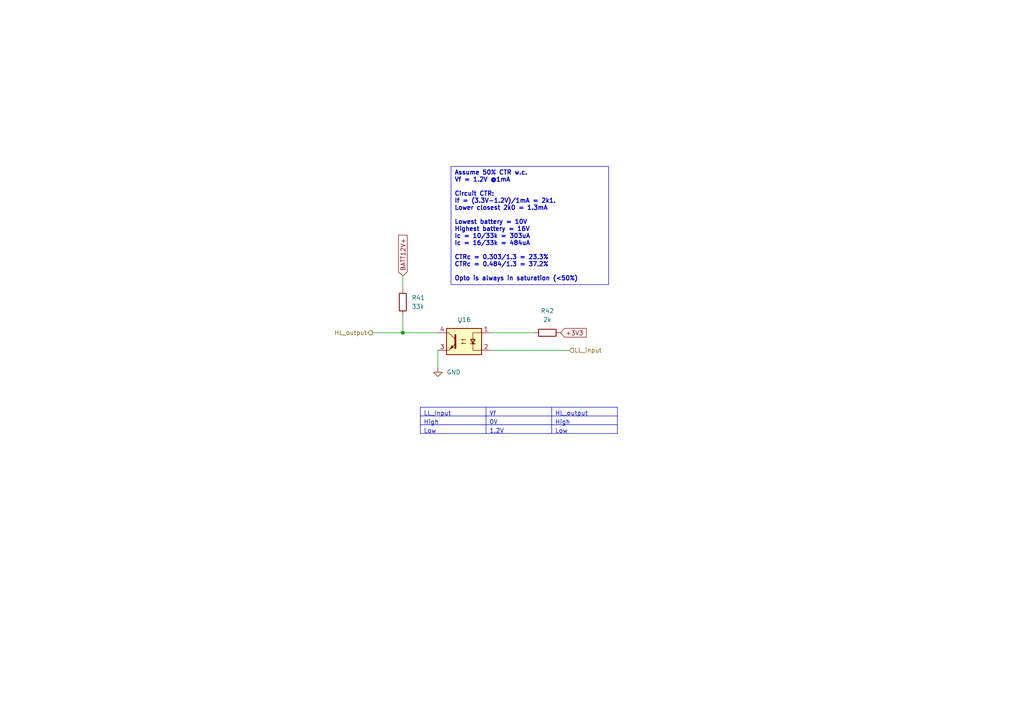
<source format=kicad_sch>
(kicad_sch (version 20250114) (generator "eeschema") (generator_version "9.0")
  (paper "A4")
  (title_block (title "Main architecture") (date "2025-08-10") (rev "0.0") (company "Alex Miller & Martin Roger") (comment 1 "https://github.com/martinroger/VXDash") (comment 2 "https://cadlab.io/projects/vxdash"))
  (lib_symbols
    (symbol "Isolator:SFH617A-2X009T"
      (property "Reference" "U" (at -3.81 5.08 0))
      (property "Value" "SFH617A-2X009T" (at 0 -5.08 0))
      (symbol "SFH617A-2X009T_1_1"
        (rectangle (start -5.08 3.81) (end 5.08 -3.81) (stroke (width 0.254)) (fill (type background)))
        (polyline (pts (xy -5.08 2.54) (xy -2.54 2.54) (xy -2.54 -0.762)))
        (polyline (pts (xy -3.175 -0.635) (xy -1.905 -0.635)) (stroke (width 0.254)))
        (polyline (pts (xy -2.54 -0.635) (xy -2.54 -2.54) (xy -5.08 -2.54)))
        (polyline (pts (xy -2.54 -0.635) (xy -3.175 0.635) (xy -1.905 0.635) (xy -2.54 -0.635)) (stroke (width 0.254)))
        (polyline (pts (xy -0.508 0.508) (xy 0.762 0.508) (xy 0.381 0.381) (xy 0.381 0.635) (xy 0.762 0.508)))
        (polyline (pts (xy -0.508 -0.508) (xy 0.762 -0.508) (xy 0.381 -0.635) (xy 0.381 -0.381) (xy 0.762 -0.508)))
        (polyline (pts (xy 2.54 1.905) (xy 2.54 -1.905) (xy 2.54 -1.905)) (stroke (width 0.508)))
        (polyline (pts (xy 2.54 0.635) (xy 4.445 2.54)))
        (polyline (pts (xy 3.048 -1.651) (xy 3.556 -1.143) (xy 4.064 -2.159) (xy 3.048 -1.651) (xy 3.048 -1.651)) (fill (type outline)))
        (polyline (pts (xy 4.445 2.54) (xy 5.08 2.54)))
        (polyline (pts (xy 4.445 -2.54) (xy 2.54 -0.635)) (fill (type outline)))
        (polyline (pts (xy 4.445 -2.54) (xy 5.08 -2.54)))
        (pin passive line (at -7.62 2.54 0) (length 2.54) (name "~") (number "1"))
        (pin passive line (at -7.62 -2.54 0) (length 2.54) (name "~") (number "2"))
        (pin passive line (at 7.62 2.54 180) (length 2.54) (name "~") (number "4"))
        (pin passive line (at 7.62 -2.54 180) (length 2.54) (name "~") (number "3"))
      )
    )
    (symbol "VXDash_passives:Res" (pin_numbers (hide yes)) (pin_names (offset 0))
      (property "Reference" "R" (at 1.27 1.27 0))
      (property "Value" "Res" (at 1.27 -1.27 0))
      (symbol "Res_0_1"
        (rectangle (start -1.016 -2.54) (end 1.016 2.54) (stroke (width 0.254)))
      )
      (symbol "Res_1_1"
        (pin passive line (at 0 3.81 270) (length 1.27) (name "~") (number "1"))
        (pin passive line (at 0 -3.81 90) (length 1.27) (name "~") (number "2"))
      )
    )
    (symbol "power:GND" (power) (pin_numbers (hide yes)) (pin_names (offset 0) (hide yes))
      (property "Value" "GND" (at 0 -3.81 0))
      (symbol "GND_0_1"
        (polyline (pts (xy 0 0) (xy 0 -1.27) (xy 1.27 -1.27) (xy 0 -2.54) (xy -1.27 -1.27) (xy 0 -1.27)))
      )
      (symbol "GND_1_1"
        (pin power_in line (at 0 0 270) (length 0) (name "~") (number "1"))
      )
    )
  )
  (text_box "Assume 50% CTR w.c.\nVf = 1.2V @1mA\n\nCircuit CTR:\nIf = (3.3V-1.2V)/1mA = 2k1. \nLower closest 2k0 = 1.3mA\n\nLowest battery = 10V\nHighest battery = 16V\nIc = 10/33k = 303uA\nIc = 16/33k = 484uA\n\nCTRc = 0.303/1.3 = 23.3%\nCTRc = 0.484/1.3 = 37.2%\n\nOpto is always in saturation (<50%)\n" (at 130.81 48.26 0) (size 45.72 34.29) (margins 0.9525 0.9525 0.9525 0.9525) (effects (font (size 1.27 1.27) (bold yes)) (justify left top)))
  (junction (at 116.84 96.52))
  (wire (pts (xy 116.84 96.52) (xy 127 96.52)))
  (wire (pts (xy 142.24 101.6) (xy 165.1 101.6)))
  (wire (pts (xy 142.24 96.52) (xy 154.94 96.52)))
  (wire (pts (xy 107.95 96.52) (xy 116.84 96.52)))
  (wire (pts (xy 116.84 91.44) (xy 116.84 96.52)))
  (wire (pts (xy 116.84 80.01) (xy 116.84 83.82)))
  (wire (pts (xy 127 106.68) (xy 127 101.6)))
  (table (column_count 3) (border (external yes) (header yes)) (separators (rows yes) (cols yes)) (column_widths 19.05 19.05 19.05) (row_heights 2.54 2.54 2.54) (cells (table_cell "LL_Input" (at 121.92 118.11 0) (size 19.05 2.54) (margins 0.9525 0.9525 0.9525 0.9525) (span 1 1)) (table_cell "Vf" (at 140.97 118.11 0) (size 19.05 2.54) (margins 0.9525 0.9525 0.9525 0.9525) (span 1 1)) (table_cell "HL_output" (at 160.02 118.11 0) (size 19.05 2.54) (margins 0.9525 0.9525 0.9525 0.9525) (span 1 1)) (table_cell "High" (at 121.92 120.65 0) (size 19.05 2.54) (margins 0.9525 0.9525 0.9525 0.9525) (span 1 1)) (table_cell "0V" (at 140.97 120.65 0) (size 19.05 2.54) (margins 0.9525 0.9525 0.9525 0.9525) (span 1 1)) (table_cell "High" (at 160.02 120.65 0) (size 19.05 2.54) (margins 0.9525 0.9525 0.9525 0.9525) (span 1 1)) (table_cell "Low" (at 121.92 123.19 0) (size 19.05 2.54) (margins 0.9525 0.9525 0.9525 0.9525) (span 1 1)) (table_cell "1.2V" (at 140.97 123.19 0) (size 19.05 2.54) (margins 0.9525 0.9525 0.9525 0.9525) (span 1 1)) (table_cell "Low" (at 160.02 123.19 0) (size 19.05 2.54) (margins 0.9525 0.9525 0.9525 0.9525) (span 1 1))))
  (global_label "+3V3" (shape input) (at 162.56 96.52 0) (property "Intersheetrefs" "${INTERSHEET_REFS}" (effects (hide yes))))
  (global_label "BATT12V+" (shape input) (at 116.84 80.01 90) (property "Intersheetrefs" "${INTERSHEET_REFS}" (effects (hide yes))))
  (hierarchical_label "HL_output" (shape output) (at 107.95 96.52 180))
  (hierarchical_label "LL_input" (shape input) (at 165.1 101.6 0))
  (symbol (lib_id "Isolator:SFH617A-2X009T") (at 134.62 99.06 0) (mirror y) (unit 1)
    (property "Reference" "U16" (at 134.62 92.71 0))
    (property "Value" "~" (at 133.3501 93.98 90) (effects (justify left)))
    (property "Footprint" "Package_DIP:SMDIP-4_W7.62mm" (effects (hide yes)))
    (property "Datasheet" "https://www.diodes.com/assets/Datasheets/DPC817-Series.pdf" (effects (hide yes)))
    (property "Description" "Optocoupler 5kV" (effects (hide yes)))
    (instances (project "VXDash_Emulator" (path "" (reference "U16") (unit 1)) (path "" (reference "U21") (unit 1)) (path "" (reference "U23") (unit 1)) (path "" (reference "U19") (unit 1)) (path "" (reference "U22") (unit 1)) (path "" (reference "U20") (unit 1))))
  )
  (symbol (lib_id "VXDash_passives:Res") (at 158.75 96.52 90) (unit 1)
    (property "Reference" "R42" (at 158.75 90.17 90))
    (property "Value" "2k" (at 158.75 92.71 90))
    (property "Footprint" "Resistor_SMD:R_0805_2012Metric_Pad1.20x1.40mm_HandSolder" (effects (hide yes)))
    (property "Tol" "1%" (effects (hide yes)))
    (property "Power" "100mW" (effects (hide yes)))
    (instances (project "VXDash_Emulator" (path "" (reference "R42") (unit 1)) (path "" (reference "R45") (unit 1)) (path "" (reference "R47") (unit 1)) (path "" (reference "R43") (unit 1)) (path "" (reference "R46") (unit 1)) (path "" (reference "R44") (unit 1))))
  )
  (symbol (lib_id "VXDash_passives:Res") (at 116.84 87.63 0) (unit 1)
    (property "Reference" "R41" (at 119.38 86.3599 0) (effects (justify left)))
    (property "Value" "33k" (at 119.38 88.8999 0) (effects (justify left)))
    (property "Footprint" "Resistor_SMD:R_0805_2012Metric_Pad1.20x1.40mm_HandSolder" (effects (hide yes)))
    (property "Tol" "1%" (effects (hide yes)))
    (property "Power" "100mW" (effects (hide yes)))
    (instances (project "VXDash_Emulator" (path "" (reference "R41") (unit 1)) (path "" (reference "R54") (unit 1)) (path "" (reference "R56") (unit 1)) (path "" (reference "R52") (unit 1)) (path "" (reference "R55") (unit 1)) (path "" (reference "R53") (unit 1)) (path "" (reference "R51") (unit 1))))
  )
  (symbol (lib_id "power:GND") (at 127 106.68 0) (unit 1)
    (property "Reference" "#PWR032" (effects (hide yes)))
    (property "Value" "GND" (at 129.54 107.9499 0) (effects (justify left)))
    (property "Description" "Power symbol creates a global label with name \"GND\" , ground" (effects (hide yes)))
    (instances (project "VXDash_Emulator" (path "" (reference "#PWR032") (unit 1)) (path "" (reference "#PWR037") (unit 1)) (path "" (reference "#PWR039") (unit 1)) (path "" (reference "#PWR035") (unit 1)) (path "" (reference "#PWR038") (unit 1)) (path "" (reference "#PWR036") (unit 1))))
  )
)
</source>
